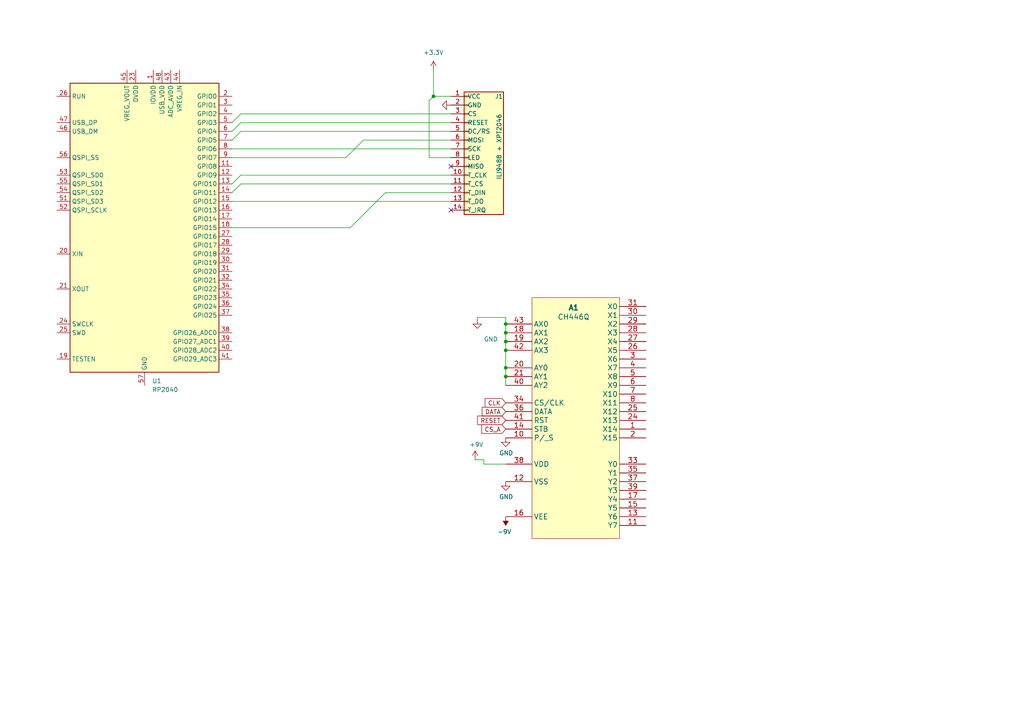
<source format=kicad_sch>
(kicad_sch (version 20230121) (generator eeschema)
  (paper "A4")
  (lib_symbols
    (symbol "+9V_4" (power) (pin_names (offset 0))
      (property "Value" "+9V_4" (at 0 3.556 0))
      (symbol "+9V_4_0_1"
        (polyline (pts (xy -0.762 1.27) (xy 0 2.54)))
        (polyline (pts (xy 0 0) (xy 0 2.54)))
        (polyline (pts (xy 0 2.54) (xy 0.762 1.27)))
      )
      (symbol "+9V_4_1_1"
        (pin power_in line (at 0 0 90) (length 0) hide (name "+9V") (number "1"))
      )
    )
    (symbol "-9V_5" (power) (pin_names (offset 0))
      (property "Value" "-9V_5" (at 0 3.81 0))
      (symbol "-9V_5_0_1"
        (polyline (pts (xy 0 0) (xy 0 2.54)))
        (polyline (pts (xy 0.762 1.27) (xy -0.762 1.27) (xy 0 2.54) (xy 0.762 1.27)) (fill (type outline)))
      )
      (symbol "-9V_5_1_1"
        (pin power_in line (at 0 0 90) (length 0) hide (name "-9V") (number "1"))
      )
    )
    (symbol "Connector_Generic:Conn_01x14" (pin_names (offset 1.016))
      (property "Reference" "J1" (at 7.62 15.24 0))
      (property "Value" "ILI9488 + XPT2046" (at 8.89 -8.89 90))
      (symbol "Conn_01x14_1_1"
        (rectangle (start -1.27 -17.653) (end 0 -17.907) (stroke (width 0.1524)))
        (rectangle (start -1.27 -15.113) (end 0 -15.367) (stroke (width 0.1524)))
        (rectangle (start -1.27 -12.573) (end 0 -12.827) (stroke (width 0.1524)))
        (rectangle (start -1.27 -10.033) (end 0 -10.287) (stroke (width 0.1524)))
        (rectangle (start -1.27 -7.493) (end 0 -7.747) (stroke (width 0.1524)))
        (rectangle (start -1.27 -4.953) (end 0 -5.207) (stroke (width 0.1524)))
        (rectangle (start -1.27 -2.413) (end 0 -2.667) (stroke (width 0.1524)))
        (rectangle (start -1.27 0.127) (end 0 -0.127) (stroke (width 0.1524)))
        (rectangle (start -1.27 2.667) (end 0 2.413) (stroke (width 0.1524)))
        (rectangle (start -1.27 5.207) (end 0 4.953) (stroke (width 0.1524)))
        (rectangle (start -1.27 7.747) (end 0 7.493) (stroke (width 0.1524)))
        (rectangle (start -1.27 10.287) (end 0 10.033) (stroke (width 0.1524)))
        (rectangle (start -1.27 12.827) (end 0 12.573) (stroke (width 0.1524)))
        (rectangle (start -1.27 15.367) (end 0 15.113) (stroke (width 0.1524)))
        (rectangle (start -1.27 16.51) (end 10.16 -19.05) (stroke (width 0.254)) (fill (type background)))
        (pin passive line (at -5.08 15.24 0) (length 3.81) (name "VCC") (number "1"))
        (pin passive line (at -5.08 -7.62 0) (length 3.81) (name "T_CLK") (number "10"))
        (pin passive line (at -5.08 -10.16 0) (length 3.81) (name "T_CS") (number "11"))
        (pin passive line (at -5.08 -12.7 0) (length 3.81) (name "T_DIN") (number "12"))
        (pin passive line (at -5.08 -15.24 0) (length 3.81) (name "T_DO") (number "13"))
        (pin passive line (at -5.08 -17.78 0) (length 3.81) (name "T_IRQ") (number "14"))
        (pin passive line (at -5.08 12.7 0) (length 3.81) (name "GND") (number "2"))
        (pin passive line (at -5.08 10.16 0) (length 3.81) (name "CS") (number "3"))
        (pin passive line (at -5.08 7.62 0) (length 3.81) (name "RESET") (number "4"))
        (pin passive line (at -5.08 5.08 0) (length 3.81) (name "DC/RS") (number "5"))
        (pin passive line (at -5.08 2.54 0) (length 3.81) (name "MOSI") (number "6"))
        (pin passive line (at -5.08 0 0) (length 3.81) (name "SCK") (number "7"))
        (pin passive line (at -5.08 -2.54 0) (length 3.81) (name "LED") (number "8"))
        (pin passive line (at -5.08 -5.08 0) (length 3.81) (name "MISO") (number "9"))
      )
    )
    (symbol "GND_17" (power) (pin_names (offset 0))
      (property "Value" "GND_17" (at 0 -3.81 0))
      (symbol "GND_17_0_1"
        (polyline (pts (xy 0 0) (xy 0 -1.27) (xy 1.27 -1.27) (xy 0 -2.54) (xy -1.27 -1.27) (xy 0 -1.27)))
      )
      (symbol "GND_17_1_1"
        (pin power_in line (at 0 0 270) (length 0) hide (name "GND") (number "1"))
      )
    )
    (symbol "GND_18" (power) (pin_names (offset 0))
      (property "Value" "GND_18" (at 0 -3.81 0))
      (symbol "GND_18_0_1"
        (polyline (pts (xy 0 0) (xy 0 -1.27) (xy 1.27 -1.27) (xy 0 -2.54) (xy -1.27 -1.27) (xy 0 -1.27)))
      )
      (symbol "GND_18_1_1"
        (pin power_in line (at 0 0 270) (length 0) hide (name "GND") (number "1"))
      )
    )
    (symbol "GND_50" (power) (pin_names (offset 0))
      (property "Value" "GND_50" (at 0 -3.81 0))
      (symbol "GND_50_0_1"
        (polyline (pts (xy 0 0) (xy 0 -1.27) (xy 1.27 -1.27) (xy 0 -2.54) (xy -1.27 -1.27) (xy 0 -1.27)))
      )
      (symbol "GND_50_1_1"
        (pin power_in line (at 0 0 270) (length 0) hide (name "GND") (number "1"))
      )
    )
    (symbol "JumperlessSymbols:CH446Q"
      (property "Reference" "U" (at 0 12.7 0))
      (symbol "CH446Q_1_1"
        (rectangle (start -12.065 35.56) (end 13.335 -34.29) (stroke (width 0.127)) (fill (type background)))
        (pin bidirectional line (at 20.955 -2.54 180) (length 7.62) (name "X14") (number "1"))
        (pin input line (at -19.685 -5.08 0) (length 7.62) (name "P/_S") (number "10"))
        (pin bidirectional line (at 20.955 -30.48 180) (length 7.62) (name "Y7") (number "11"))
        (pin power_in line (at -19.685 -17.78 0) (length 7.62) (name "VSS") (number "12"))
        (pin bidirectional line (at 20.955 -27.94 180) (length 7.62) (name "Y6") (number "13"))
        (pin input line (at -19.685 -2.54 0) (length 7.62) (name "STB") (number "14"))
        (pin bidirectional line (at 20.955 -25.4 180) (length 7.62) (name "Y5") (number "15"))
        (pin power_in line (at -19.685 -27.94 0) (length 7.62) (name "VEE") (number "16"))
        (pin bidirectional line (at 20.955 -22.86 180) (length 7.62) (name "Y4") (number "17"))
        (pin input line (at -19.685 25.4 0) (length 7.62) (name "AX1") (number "18"))
        (pin input line (at -19.685 22.86 0) (length 7.62) (name "AX2") (number "19"))
        (pin bidirectional line (at 20.955 -5.08 180) (length 7.62) (name "X15") (number "2"))
        (pin input line (at -19.685 15.24 0) (length 7.62) (name "AY0") (number "20"))
        (pin input line (at -19.685 12.7 0) (length 7.62) (name "AY1") (number "21"))
        (pin bidirectional line (at 20.955 0 180) (length 7.62) (name "X13") (number "24"))
        (pin bidirectional line (at 20.955 2.54 180) (length 7.62) (name "X12") (number "25"))
        (pin bidirectional line (at 20.955 20.32 180) (length 7.62) (name "X5") (number "26"))
        (pin bidirectional line (at 20.955 22.86 180) (length 7.62) (name "X4") (number "27"))
        (pin bidirectional line (at 20.955 25.4 180) (length 7.62) (name "X3") (number "28"))
        (pin bidirectional line (at 20.955 27.94 180) (length 7.62) (name "X2") (number "29"))
        (pin bidirectional line (at 20.955 17.78 180) (length 7.62) (name "X6") (number "3"))
        (pin bidirectional line (at 20.955 30.48 180) (length 7.62) (name "X1") (number "30"))
        (pin bidirectional line (at 20.955 33.02 180) (length 7.62) (name "X0") (number "31"))
        (pin bidirectional line (at 20.955 -12.7 180) (length 7.62) (name "Y0") (number "33"))
        (pin input line (at -19.685 5.08 0) (length 7.62) (name "CS/CLK") (number "34"))
        (pin bidirectional line (at 20.955 -15.24 180) (length 7.62) (name "Y1") (number "35"))
        (pin input line (at -19.685 2.54 0) (length 7.62) (name "DATA") (number "36"))
        (pin bidirectional line (at 20.955 -17.78 180) (length 7.62) (name "Y2") (number "37"))
        (pin power_in line (at -19.685 -12.7 0) (length 7.62) (name "VDD") (number "38"))
        (pin bidirectional line (at 20.955 -20.32 180) (length 7.62) (name "Y3") (number "39"))
        (pin bidirectional line (at 20.955 15.24 180) (length 7.62) (name "X7") (number "4"))
        (pin input line (at -19.685 10.16 0) (length 7.62) (name "AY2") (number "40"))
        (pin input line (at -19.685 0 0) (length 7.62) (name "RST") (number "41"))
        (pin input line (at -19.685 20.32 0) (length 7.62) (name "AX3") (number "42"))
        (pin input line (at -19.685 27.94 0) (length 7.62) (name "AX0") (number "43"))
        (pin bidirectional line (at 20.955 12.7 180) (length 7.62) (name "X8") (number "5"))
        (pin bidirectional line (at 20.955 10.16 180) (length 7.62) (name "X9") (number "6"))
        (pin bidirectional line (at 20.955 7.62 180) (length 7.62) (name "X10") (number "7"))
        (pin bidirectional line (at 20.955 5.08 180) (length 7.62) (name "X11") (number "8"))
      )
    )
    (symbol "MCU_RaspberryPi:RP2040"
      (property "Reference" "U" (at 17.78 45.72 0))
      (property "Value" "RP2040" (at 17.78 43.18 0))
      (symbol "RP2040_0_1"
        (rectangle (start -21.59 41.91) (end 21.59 -41.91) (stroke (width 0.254)) (fill (type background)))
      )
      (symbol "RP2040_1_1"
        (pin power_in line (at 2.54 45.72 270) (length 3.81) (name "IOVDD") (number "1"))
        (pin passive line (at 2.54 45.72 270) (length 3.81) hide (name "IOVDD") (number "10"))
        (pin bidirectional line (at 25.4 17.78 180) (length 3.81) (name "GPIO8") (number "11"))
        (pin bidirectional line (at 25.4 15.24 180) (length 3.81) (name "GPIO9") (number "12"))
        (pin bidirectional line (at 25.4 12.7 180) (length 3.81) (name "GPIO10") (number "13"))
        (pin bidirectional line (at 25.4 10.16 180) (length 3.81) (name "GPIO11") (number "14"))
        (pin bidirectional line (at 25.4 7.62 180) (length 3.81) (name "GPIO12") (number "15"))
        (pin bidirectional line (at 25.4 5.08 180) (length 3.81) (name "GPIO13") (number "16"))
        (pin bidirectional line (at 25.4 2.54 180) (length 3.81) (name "GPIO14") (number "17"))
        (pin bidirectional line (at 25.4 0 180) (length 3.81) (name "GPIO15") (number "18"))
        (pin input line (at -25.4 -38.1 0) (length 3.81) (name "TESTEN") (number "19"))
        (pin bidirectional line (at 25.4 38.1 180) (length 3.81) (name "GPIO0") (number "2"))
        (pin input line (at -25.4 -7.62 0) (length 3.81) (name "XIN") (number "20"))
        (pin passive line (at -25.4 -17.78 0) (length 3.81) (name "XOUT") (number "21"))
        (pin passive line (at 2.54 45.72 270) (length 3.81) hide (name "IOVDD") (number "22"))
        (pin power_in line (at -2.54 45.72 270) (length 3.81) (name "DVDD") (number "23"))
        (pin input line (at -25.4 -27.94 0) (length 3.81) (name "SWCLK") (number "24"))
        (pin bidirectional line (at -25.4 -30.48 0) (length 3.81) (name "SWD") (number "25"))
        (pin input line (at -25.4 38.1 0) (length 3.81) (name "RUN") (number "26"))
        (pin bidirectional line (at 25.4 -2.54 180) (length 3.81) (name "GPIO16") (number "27"))
        (pin bidirectional line (at 25.4 -5.08 180) (length 3.81) (name "GPIO17") (number "28"))
        (pin bidirectional line (at 25.4 -7.62 180) (length 3.81) (name "GPIO18") (number "29"))
        (pin bidirectional line (at 25.4 35.56 180) (length 3.81) (name "GPIO1") (number "3"))
        (pin bidirectional line (at 25.4 -10.16 180) (length 3.81) (name "GPIO19") (number "30"))
        (pin bidirectional line (at 25.4 -12.7 180) (length 3.81) (name "GPIO20") (number "31"))
        (pin bidirectional line (at 25.4 -15.24 180) (length 3.81) (name "GPIO21") (number "32"))
        (pin passive line (at 2.54 45.72 270) (length 3.81) hide (name "IOVDD") (number "33"))
        (pin bidirectional line (at 25.4 -17.78 180) (length 3.81) (name "GPIO22") (number "34"))
        (pin bidirectional line (at 25.4 -20.32 180) (length 3.81) (name "GPIO23") (number "35"))
        (pin bidirectional line (at 25.4 -22.86 180) (length 3.81) (name "GPIO24") (number "36"))
        (pin bidirectional line (at 25.4 -25.4 180) (length 3.81) (name "GPIO25") (number "37"))
        (pin bidirectional line (at 25.4 -30.48 180) (length 3.81) (name "GPIO26_ADC0") (number "38"))
        (pin bidirectional line (at 25.4 -33.02 180) (length 3.81) (name "GPIO27_ADC1") (number "39"))
        (pin bidirectional line (at 25.4 33.02 180) (length 3.81) (name "GPIO2") (number "4"))
        (pin bidirectional line (at 25.4 -35.56 180) (length 3.81) (name "GPIO28_ADC2") (number "40"))
        (pin bidirectional line (at 25.4 -38.1 180) (length 3.81) (name "GPIO29_ADC3") (number "41"))
        (pin passive line (at 2.54 45.72 270) (length 3.81) hide (name "IOVDD") (number "42"))
        (pin power_in line (at 7.62 45.72 270) (length 3.81) (name "ADC_AVDD") (number "43"))
        (pin power_in line (at 10.16 45.72 270) (length 3.81) (name "VREG_IN") (number "44"))
        (pin power_out line (at -5.08 45.72 270) (length 3.81) (name "VREG_VOUT") (number "45"))
        (pin bidirectional line (at -25.4 27.94 0) (length 3.81) (name "USB_DM") (number "46"))
        (pin bidirectional line (at -25.4 30.48 0) (length 3.81) (name "USB_DP") (number "47"))
        (pin power_in line (at 5.08 45.72 270) (length 3.81) (name "USB_VDD") (number "48"))
        (pin passive line (at 2.54 45.72 270) (length 3.81) hide (name "IOVDD") (number "49"))
        (pin bidirectional line (at 25.4 30.48 180) (length 3.81) (name "GPIO3") (number "5"))
        (pin passive line (at -2.54 45.72 270) (length 3.81) hide (name "DVDD") (number "50"))
        (pin bidirectional line (at -25.4 7.62 0) (length 3.81) (name "QSPI_SD3") (number "51"))
        (pin output line (at -25.4 5.08 0) (length 3.81) (name "QSPI_SCLK") (number "52"))
        (pin bidirectional line (at -25.4 15.24 0) (length 3.81) (name "QSPI_SD0") (number "53"))
        (pin bidirectional line (at -25.4 10.16 0) (length 3.81) (name "QSPI_SD2") (number "54"))
        (pin bidirectional line (at -25.4 12.7 0) (length 3.81) (name "QSPI_SD1") (number "55"))
        (pin bidirectional line (at -25.4 20.32 0) (length 3.81) (name "QSPI_SS") (number "56"))
        (pin power_in line (at 0 -45.72 90) (length 3.81) (name "GND") (number "57"))
        (pin bidirectional line (at 25.4 27.94 180) (length 3.81) (name "GPIO4") (number "6"))
        (pin bidirectional line (at 25.4 25.4 180) (length 3.81) (name "GPIO5") (number "7"))
        (pin bidirectional line (at 25.4 22.86 180) (length 3.81) (name "GPIO6") (number "8"))
        (pin bidirectional line (at 25.4 20.32 180) (length 3.81) (name "GPIO7") (number "9"))
      )
    )
    (symbol "power:+3.3V" (power) (pin_names (offset 0))
      (property "Value" "+3.3V" (at 0 3.556 0))
      (symbol "+3.3V_0_1"
        (polyline (pts (xy -0.762 1.27) (xy 0 2.54)))
        (polyline (pts (xy 0 0) (xy 0 2.54)))
        (polyline (pts (xy 0 2.54) (xy 0.762 1.27)))
      )
      (symbol "+3.3V_1_1"
        (pin power_in line (at 0 0 90) (length 0) hide (name "+3.3V") (number "1"))
      )
    )
    (symbol "power:GND" (power) (pin_names (offset 0))
      (property "Value" "GND" (at 0 -3.81 0))
      (symbol "GND_0_1"
        (polyline (pts (xy 0 0) (xy 0 -1.27) (xy 1.27 -1.27) (xy 0 -2.54) (xy -1.27 -1.27) (xy 0 -1.27)))
      )
      (symbol "GND_1_1"
        (pin power_in line (at 0 0 270) (length 0) hide (name "GND") (number "1"))
      )
    )
  )
  (junction (at 146.685 96.52))
  (junction (at 146.685 106.68))
  (junction (at 146.685 93.98))
  (junction (at 146.685 101.6))
  (junction (at 146.685 109.22))
  (junction (at 125.73 27.94))
  (junction (at 146.685 99.06))
  (no_connect (at 130.81 60.96))
  (no_connect (at 130.81 48.26))
  (wire (pts (xy 124.46 45.72) (xy 130.81 45.72)))
  (wire (pts (xy 125.73 27.94) (xy 130.81 27.94)))
  (wire (pts (xy 186.69 142.24) (xy 187.325 142.24)))
  (wire (pts (xy 186.69 144.78) (xy 187.325 144.78)))
  (wire (pts (xy 146.685 109.22) (xy 146.685 111.76)))
  (wire (pts (xy 186.69 91.44) (xy 187.325 91.44)))
  (wire (pts (xy 67.31 45.72) (xy 100.33 45.72)))
  (wire (pts (xy 146.685 96.52) (xy 146.685 99.06)))
  (wire (pts (xy 146.685 99.06) (xy 146.685 101.6)))
  (wire (pts (xy 69.85 38.1) (xy 67.31 40.64)))
  (wire (pts (xy 67.31 66.04) (xy 101.6 66.04)))
  (wire (pts (xy 138.43 92.075) (xy 146.685 92.075)))
  (wire (pts (xy 69.85 35.56) (xy 130.81 35.56)))
  (wire (pts (xy 69.85 33.02) (xy 130.81 33.02)))
  (wire (pts (xy 186.69 96.52) (xy 187.325 96.52)))
  (wire (pts (xy 105.41 40.64) (xy 130.81 40.64)))
  (wire (pts (xy 69.85 35.56) (xy 67.31 38.1)))
  (wire (pts (xy 105.41 40.64) (xy 100.33 45.72)))
  (wire (pts (xy 186.69 99.06) (xy 187.325 99.06)))
  (wire (pts (xy 130.81 53.34) (xy 69.85 53.34)))
  (wire (pts (xy 140.335 134.62) (xy 140.335 133.35)))
  (wire (pts (xy 140.335 134.62) (xy 146.685 134.62)))
  (wire (pts (xy 111.76 55.88) (xy 130.81 55.88)))
  (wire (pts (xy 67.31 43.18) (xy 130.81 43.18)))
  (wire (pts (xy 101.6 66.04) (xy 111.76 55.88)))
  (wire (pts (xy 186.69 139.7) (xy 187.325 139.7)))
  (wire (pts (xy 140.335 133.35) (xy 137.795 133.35)))
  (wire (pts (xy 69.85 50.8) (xy 67.31 53.34)))
  (wire (pts (xy 69.85 53.34) (xy 67.31 55.88)))
  (wire (pts (xy 146.685 92.075) (xy 146.685 93.98)))
  (wire (pts (xy 186.69 137.16) (xy 187.325 137.16)))
  (wire (pts (xy 69.85 38.1) (xy 130.81 38.1)))
  (wire (pts (xy 67.31 35.56) (xy 69.85 33.02)))
  (wire (pts (xy 130.81 50.8) (xy 69.85 50.8)))
  (wire (pts (xy 125.73 20.32) (xy 125.73 27.94)))
  (wire (pts (xy 124.46 29.21) (xy 125.73 27.94)))
  (wire (pts (xy 146.685 93.98) (xy 146.685 96.52)))
  (wire (pts (xy 186.69 88.9) (xy 187.325 88.9)))
  (wire (pts (xy 146.685 106.68) (xy 146.685 109.22)))
  (wire (pts (xy 146.685 101.6) (xy 146.685 106.68)))
  (wire (pts (xy 124.46 45.72) (xy 124.46 29.21)))
  (wire (pts (xy 138.43 92.075) (xy 138.43 92.71)))
  (wire (pts (xy 67.31 58.42) (xy 130.81 58.42)))
  (wire (pts (xy 186.69 93.98) (xy 187.325 93.98)))
  (global_label "RESET" (shape input) (at 146.685 121.92 180) (property "Intersheetrefs" "${INTERSHEET_REFS}" (effects hide)))
  (global_label "CLK" (shape input) (at 146.685 116.84 180) (property "Intersheetrefs" "${INTERSHEET_REFS}" (effects hide)))
  (global_label "CS_A" (shape input) (at 146.685 124.46 180) (property "Intersheetrefs" "${INTERSHEET_REFS}" (effects hide)))
  (global_label "DATA" (shape input) (at 146.685 119.38 180) (property "Intersheetrefs" "${INTERSHEET_REFS}" (effects hide)))
  (symbol (lib_id "JumperlessSymbols:CH446Q") (at 166.37 121.92 0) (unit 1)
    (property "Reference" "A1" (at 166.37 89.2302 0) (effects (font (size 1.524 1.524) bold)))
    (property "Value" "CH446Q" (at 166.37 91.9226 0) (effects (font (size 1.524 1.524))))
    (property "Footprint" "JumperlessFootprints:LQFP44_Tight" (effects hide))
  )
  (symbol (lib_id "power:+3.3V") (at 125.73 20.32 0) (unit 1)
    (property "Reference" "#PWR01" (effects hide))
    (property "Value" "+3.3V" (at 125.73 15.24 0))
  )
  (symbol (lib_id "power:GND") (at 130.81 30.48 270) (unit 1)
    (property "Reference" "#PWR02" (effects hide))
    (property "Value" "GND" (effects hide))
  )
  (symbol (lib_name "GND_18") (lib_id "power:GND") (at 138.43 92.71 0) (unit 1)
    (property "Reference" "#PWR04" (effects hide))
    (property "Value" "GND" (at 142.367 98.3742 0))
  )
  (symbol (lib_name "GND_50") (lib_id "power:GND") (at 146.685 139.7 0) (unit 1)
    (property "Reference" "#PWR06" (effects hide))
    (property "Value" "GND" (at 146.812 144.0942 0))
  )
  (symbol (lib_name "+9V_4") (lib_id "power:+9V") (at 137.795 133.35 0) (unit 1)
    (property "Reference" "#PWR03" (effects hide))
    (property "Value" "+9V" (at 138.176 128.9558 0))
  )
  (symbol (lib_name "-9V_5") (lib_id "power:-9V") (at 146.685 149.86 180) (unit 1)
    (property "Reference" "#PWR07" (effects hide))
    (property "Value" "-9V" (at 146.304 154.2542 0))
  )
  (symbol (lib_id "Connector_Generic:Conn_01x14") (at 135.89 43.18 0) (unit 1)
    (property "Reference" "J1" (at 143.51 27.94 0) (effects (justify left)))
    (property "Value" "ILI9488 + XPT2046" (at 144.78 52.07 90) (effects (justify left)))
  )
  (symbol (lib_name "GND_17") (lib_id "power:GND") (at 146.685 127 0) (unit 1)
    (property "Reference" "#PWR05" (effects hide))
    (property "Value" "GND" (at 146.812 131.3942 0))
  )
  (symbol (lib_id "MCU_RaspberryPi:RP2040") (at 41.91 66.04 0) (unit 1)
    (property "Reference" "U1" (at 44.1041 110.49 0) (effects (justify left)))
    (property "Value" "RP2040" (at 44.1041 113.03 0) (effects (justify left)))
    (property "Footprint" "Package_DFN_QFN:QFN-56-1EP_7x7mm_P0.4mm_EP3.2x3.2mm" (effects hide))
    (property "Datasheet" "https://datasheets.raspberrypi.com/rp2040/rp2040-datasheet.pdf" (effects hide))
  )
)
</source>
